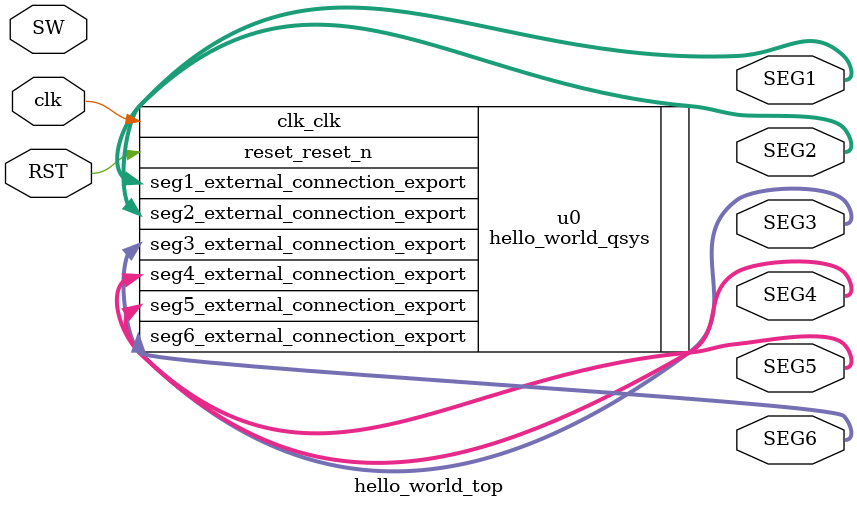
<source format=v>
`timescale 1 ps / 1ps

module hello_world_top
(
	input clk,
	input RST,
	input [1:0] SW,
	output [6:0] SEG1,
	output [6:0] SEG2,
	output [6:0] SEG3,
	output [6:0] SEG4,
	output [6:0] SEG5,
	output [6:0] SEG6
);

hello_world_qsys u0
(
	.clk_clk (clk),
	.reset_reset_n (RST),
	.seg1_external_connection_export(SEG1),
	.seg2_external_connection_export(SEG2),
	.seg3_external_connection_export(SEG3),
	.seg4_external_connection_export(SEG4),
	.seg5_external_connection_export(SEG5),
	.seg6_external_connection_export(SEG6)
);

endmodule
</source>
